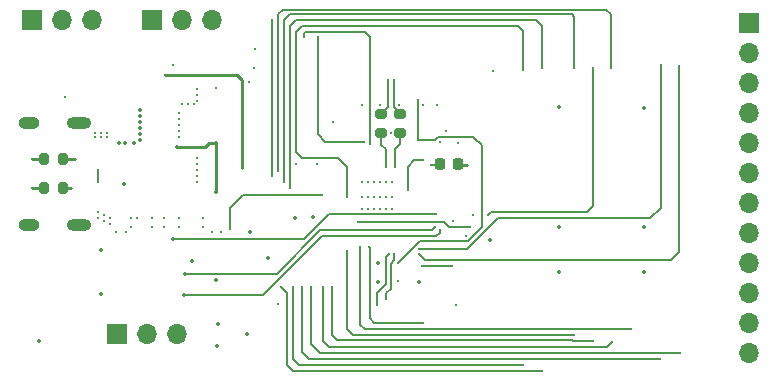
<source format=gbr>
%TF.GenerationSoftware,KiCad,Pcbnew,(7.0.0)*%
%TF.CreationDate,2023-04-15T16:40:11+03:00*%
%TF.ProjectId,Raspi Pico Board,52617370-6920-4506-9963-6f20426f6172,rev?*%
%TF.SameCoordinates,Original*%
%TF.FileFunction,Copper,L4,Bot*%
%TF.FilePolarity,Positive*%
%FSLAX46Y46*%
G04 Gerber Fmt 4.6, Leading zero omitted, Abs format (unit mm)*
G04 Created by KiCad (PCBNEW (7.0.0)) date 2023-04-15 16:40:11*
%MOMM*%
%LPD*%
G01*
G04 APERTURE LIST*
G04 Aperture macros list*
%AMRoundRect*
0 Rectangle with rounded corners*
0 $1 Rounding radius*
0 $2 $3 $4 $5 $6 $7 $8 $9 X,Y pos of 4 corners*
0 Add a 4 corners polygon primitive as box body*
4,1,4,$2,$3,$4,$5,$6,$7,$8,$9,$2,$3,0*
0 Add four circle primitives for the rounded corners*
1,1,$1+$1,$2,$3*
1,1,$1+$1,$4,$5*
1,1,$1+$1,$6,$7*
1,1,$1+$1,$8,$9*
0 Add four rect primitives between the rounded corners*
20,1,$1+$1,$2,$3,$4,$5,0*
20,1,$1+$1,$4,$5,$6,$7,0*
20,1,$1+$1,$6,$7,$8,$9,0*
20,1,$1+$1,$8,$9,$2,$3,0*%
G04 Aperture macros list end*
%TA.AperFunction,ComponentPad*%
%ADD10R,1.700000X1.700000*%
%TD*%
%TA.AperFunction,ComponentPad*%
%ADD11O,1.700000X1.700000*%
%TD*%
%TA.AperFunction,SMDPad,CuDef*%
%ADD12RoundRect,0.200000X-0.200000X-0.275000X0.200000X-0.275000X0.200000X0.275000X-0.200000X0.275000X0*%
%TD*%
%TA.AperFunction,WasherPad*%
%ADD13O,2.100000X1.000000*%
%TD*%
%TA.AperFunction,WasherPad*%
%ADD14O,1.800000X1.000000*%
%TD*%
%TA.AperFunction,SMDPad,CuDef*%
%ADD15RoundRect,0.200000X-0.275000X0.200000X-0.275000X-0.200000X0.275000X-0.200000X0.275000X0.200000X0*%
%TD*%
%TA.AperFunction,SMDPad,CuDef*%
%ADD16RoundRect,0.225000X-0.225000X-0.250000X0.225000X-0.250000X0.225000X0.250000X-0.225000X0.250000X0*%
%TD*%
%TA.AperFunction,ViaPad*%
%ADD17C,0.250000*%
%TD*%
%TA.AperFunction,ViaPad*%
%ADD18C,0.350000*%
%TD*%
%TA.AperFunction,Conductor*%
%ADD19C,0.200000*%
%TD*%
%TA.AperFunction,Conductor*%
%ADD20C,0.250000*%
%TD*%
%TA.AperFunction,Conductor*%
%ADD21C,0.175000*%
%TD*%
G04 APERTURE END LIST*
D10*
%TO.P,J4,1,Pin_1*%
%TO.N,GND*%
X50799999Y-39369999D03*
D11*
%TO.P,J4,2,Pin_2*%
X53339999Y-39369999D03*
%TO.P,J4,3,Pin_3*%
X55879999Y-39369999D03*
%TD*%
D10*
%TO.P,J2,1,Pin_1*%
%TO.N,/Microcontroller/SWCLK*%
X57974999Y-65899999D03*
D11*
%TO.P,J2,2,Pin_2*%
%TO.N,GND*%
X60514999Y-65899999D03*
%TO.P,J2,3,Pin_3*%
%TO.N,/Microcontroller/SWDIO*%
X63054999Y-65899999D03*
%TD*%
D12*
%TO.P,R2,1*%
%TO.N,GND*%
X51791170Y-53594000D03*
%TO.P,R2,2*%
%TO.N,Net-(J1-CC2)*%
X53441170Y-53594000D03*
%TD*%
D10*
%TO.P,J3,1,Pin_1*%
%TO.N,GND*%
X111499999Y-39624999D03*
D11*
%TO.P,J3,2,Pin_2*%
%TO.N,/Microcontroller/GPIO29*%
X111499999Y-42164999D03*
%TO.P,J3,3,Pin_3*%
%TO.N,/Microcontroller/GPIO28*%
X111499999Y-44704999D03*
%TO.P,J3,4,Pin_4*%
%TO.N,+3V3*%
X111499999Y-47244999D03*
%TO.P,J3,5,Pin_5*%
X111499999Y-49784999D03*
%TO.P,J3,6,Pin_6*%
%TO.N,/Microcontroller/GPIO27*%
X111499999Y-52324999D03*
%TO.P,J3,7,Pin_7*%
%TO.N,/Microcontroller/GPIO26*%
X111499999Y-54864999D03*
%TO.P,J3,8,Pin_8*%
%TO.N,+3V3*%
X111499999Y-57404999D03*
%TO.P,J3,9,Pin_9*%
%TO.N,/Microcontroller/GPIO24*%
X111499999Y-59944999D03*
%TO.P,J3,10,Pin_10*%
%TO.N,/Microcontroller/GPIO23*%
X111499999Y-62484999D03*
%TO.P,J3,11,Pin_11*%
%TO.N,/Microcontroller/GPIO22*%
X111499999Y-65024999D03*
%TO.P,J3,12,Pin_12*%
%TO.N,GND*%
X111499999Y-67564999D03*
%TD*%
D13*
%TO.P,J1,*%
%TO.N,*%
X54749999Y-48039999D03*
D14*
X50569999Y-48039999D03*
D13*
X54749999Y-56679999D03*
D14*
X50569999Y-56679999D03*
%TD*%
D12*
%TO.P,R1,1*%
%TO.N,GND*%
X51789866Y-51107894D03*
%TO.P,R1,2*%
%TO.N,Net-(J1-CC1)*%
X53439866Y-51107894D03*
%TD*%
D10*
%TO.P,J5,1,Pin_1*%
%TO.N,+3V3*%
X60959999Y-39369999D03*
D11*
%TO.P,J5,2,Pin_2*%
X63499999Y-39369999D03*
%TO.P,J5,3,Pin_3*%
X66039999Y-39369999D03*
%TD*%
D15*
%TO.P,R10,1*%
%TO.N,/Microcontroller/USB_N*%
X82000000Y-47275000D03*
%TO.P,R10,2*%
%TO.N,/Microcontroller/USB_M_N*%
X82000000Y-48925000D03*
%TD*%
%TO.P,R9,1*%
%TO.N,/Microcontroller/USB_P*%
X80400000Y-47275000D03*
%TO.P,R9,2*%
%TO.N,/Microcontroller/USB_M_P*%
X80400000Y-48925000D03*
%TD*%
D16*
%TO.P,C17,1*%
%TO.N,+3V3*%
X85323907Y-51562000D03*
%TO.P,C17,2*%
%TO.N,GND*%
X86873907Y-51562000D03*
%TD*%
D17*
%TO.N,/Microcontroller/USB_P*%
X56388000Y-53086000D03*
X56388000Y-52070000D03*
%TO.N,/Microcontroller/USB_N*%
X81450000Y-44450000D03*
%TO.N,/Microcontroller/USB_P*%
X80950000Y-44450000D03*
%TO.N,+3V3*%
X85852000Y-48768000D03*
%TO.N,GND*%
X76301318Y-48006469D03*
%TO.N,/Microcontroller/USB_M_P*%
X80772000Y-51816000D03*
%TO.N,/Microcontroller/USB_M_N*%
X81534000Y-51816000D03*
D18*
%TO.N,GND*%
X102596914Y-46821883D03*
D17*
X50853894Y-51107894D03*
X50800000Y-53594000D03*
%TO.N,Net-(J1-CC2)*%
X54102000Y-53594000D03*
%TO.N,Net-(J1-CC1)*%
X54435168Y-51107721D03*
%TO.N,GND*%
X56134000Y-49276000D03*
X56642000Y-49276000D03*
X57150000Y-49276000D03*
X57139701Y-48899215D03*
X56655265Y-48913380D03*
X56139665Y-48904881D03*
X56388000Y-56134000D03*
X57404000Y-56642000D03*
X56896000Y-56388000D03*
X58768956Y-57264511D03*
X57954652Y-57258149D03*
X66851476Y-57263097D03*
X66017380Y-57263097D03*
X61976000Y-56896000D03*
X60960000Y-56896000D03*
X65278000Y-56896000D03*
X65278000Y-56134000D03*
X63246000Y-56896000D03*
X59182000Y-56896000D03*
X63246000Y-56134000D03*
X61976000Y-56134000D03*
X60960000Y-56134000D03*
X59690000Y-56134000D03*
X59182000Y-56134000D03*
X57404000Y-56134000D03*
X56896000Y-55880000D03*
X56388000Y-55626000D03*
X53594000Y-45870522D03*
X63246000Y-49276000D03*
X63246000Y-48768000D03*
X63246000Y-48260000D03*
X63246000Y-47752000D03*
X63246000Y-47244000D03*
X64770000Y-53086000D03*
X64770000Y-52578000D03*
X64770000Y-52070000D03*
X64770000Y-51562000D03*
X64770000Y-51054000D03*
X64770000Y-46228000D03*
X64770000Y-45720000D03*
X64770000Y-45212000D03*
X64516000Y-46482000D03*
X64008000Y-46482000D03*
X63500000Y-46482000D03*
X62738000Y-43180000D03*
%TO.N,+3V3*%
X69145255Y-44599031D03*
%TO.N,/USBC and Power/BCK_FB*%
X62052340Y-44018340D03*
X68580000Y-51891871D03*
%TO.N,GND*%
X89837500Y-43688000D03*
D18*
X56650000Y-62550000D03*
D17*
X80264000Y-53086000D03*
D18*
X73075000Y-56060000D03*
X95400000Y-46736000D03*
X89550000Y-57930000D03*
D17*
X80772000Y-54356000D03*
X83914500Y-46540000D03*
X86740000Y-63425000D03*
X81280000Y-54356000D03*
D18*
X80140000Y-61480000D03*
X66515660Y-66950000D03*
D17*
X79248000Y-55372000D03*
X79756000Y-54356000D03*
X81280000Y-55372000D03*
D18*
X58641384Y-53194748D03*
D17*
X69621442Y-43373727D03*
X81788000Y-61468000D03*
X80264000Y-55372000D03*
X80264000Y-54356000D03*
X80300000Y-46520000D03*
D18*
X95400000Y-60706000D03*
X51422391Y-66503740D03*
D17*
X79756000Y-53086000D03*
X73152000Y-51562000D03*
X87607844Y-51629500D03*
X81280000Y-53086000D03*
X79248000Y-54356000D03*
X79248000Y-53086000D03*
D18*
X66364477Y-61335523D03*
D17*
X85130000Y-46540000D03*
D18*
X102600000Y-60706000D03*
D17*
X86895000Y-49720000D03*
X78740000Y-55372000D03*
X78730000Y-46530000D03*
D18*
X56650000Y-58850000D03*
X95400000Y-56875000D03*
D17*
X78740000Y-54356000D03*
X88138000Y-55880000D03*
X78740000Y-53086000D03*
X79756000Y-55372000D03*
X71640000Y-63415000D03*
X80772000Y-53086000D03*
X81880000Y-46530000D03*
D18*
X66550000Y-65100000D03*
X102600000Y-56896000D03*
D17*
X87590083Y-57605583D03*
X66350746Y-45052999D03*
X80772000Y-55372000D03*
D18*
%TO.N,/USBC and Power/+5V_FB*%
X66356246Y-49739888D03*
X66375879Y-53899203D03*
X63078060Y-50095921D03*
%TO.N,+3V3*%
X58166000Y-49784000D03*
X83560000Y-61525000D03*
D17*
X84582000Y-51629500D03*
X86444500Y-56388000D03*
D18*
X59944000Y-48006000D03*
D17*
X81199500Y-48873898D03*
D18*
X59944000Y-48514000D03*
D17*
X69670756Y-41815482D03*
D18*
X58674000Y-49784000D03*
X59944000Y-49530000D03*
X69050000Y-65950000D03*
D17*
X74930000Y-51562000D03*
X85350000Y-49680000D03*
D18*
X59944000Y-49022000D03*
X59436000Y-49784000D03*
X64372134Y-59763212D03*
X59944000Y-47498000D03*
X69250000Y-57250000D03*
X80100000Y-59900000D03*
X70825000Y-59450000D03*
X59944000Y-46990000D03*
X74625000Y-56050000D03*
D17*
%TO.N,+1V1*%
X83490000Y-46150000D03*
X83490000Y-49525500D03*
X81820000Y-59930000D03*
%TO.N,/Microcontroller/XIN*%
X83950000Y-64975000D03*
X79375500Y-58575500D03*
%TO.N,/Microcontroller/MCU_RUN*%
X86360000Y-60198000D03*
X83820000Y-60198000D03*
%TO.N,/Microcontroller/SWCLK*%
X81024500Y-59150500D03*
X80010000Y-63500000D03*
%TO.N,/Microcontroller/SWDIO*%
X80772000Y-62992000D03*
X81473782Y-59164592D03*
%TO.N,/Microcontroller/I2C0_SCL*%
X75400000Y-54124500D03*
X67575000Y-57058456D03*
D18*
%TO.N,/Microcontroller/LED_B*%
X62730576Y-57869388D03*
D17*
X84995063Y-55793810D03*
D18*
%TO.N,/Microcontroller/LED_R*%
X63800000Y-60800000D03*
D17*
X84900000Y-56900000D03*
D18*
%TO.N,/Microcontroller/LED_G*%
X63700000Y-62600000D03*
D17*
X85325000Y-57150000D03*
%TO.N,/Microcontroller/display_A2*%
X103944175Y-68072000D03*
X73660000Y-61976000D03*
%TO.N,/Microcontroller/display_B2*%
X105664000Y-67564000D03*
X74422000Y-61976000D03*
%TO.N,/Microcontroller/display_C2*%
X104031667Y-43180000D03*
X83612167Y-58720167D03*
%TO.N,/Microcontroller/display_D2*%
X71120000Y-39370000D03*
X71120000Y-52578000D03*
%TO.N,/Microcontroller/display_E2*%
X71630817Y-52100997D03*
X99822000Y-43434000D03*
%TO.N,/Microcontroller/display_F2*%
X101500000Y-65532000D03*
X78617732Y-58575500D03*
%TO.N,/Microcontroller/display_G2*%
X75438000Y-61976000D03*
X99902474Y-66598708D03*
%TO.N,/Microcontroller/display_DP2*%
X105590000Y-43250000D03*
X83568663Y-59175000D03*
%TO.N,/Microcontroller/display_A1*%
X96696099Y-66035899D03*
X77470000Y-58928000D03*
%TO.N,/Microcontroller/display_B1*%
X76200000Y-61976000D03*
X98300000Y-66548000D03*
%TO.N,/Microcontroller/display_C1*%
X96704299Y-43405704D03*
X72136000Y-53086000D03*
%TO.N,/Microcontroller/display_D1*%
X93980000Y-43434000D03*
X72644000Y-53594000D03*
%TO.N,/Microcontroller/display_E1*%
X77470000Y-54356000D03*
X92378099Y-43582208D03*
%TO.N,/Microcontroller/display_F1*%
X93980000Y-69088000D03*
X71882000Y-61976000D03*
%TO.N,/Microcontroller/display_G1*%
X92398801Y-68580000D03*
X72898000Y-61976000D03*
%TO.N,/Microcontroller/display_DP1*%
X78399000Y-56475000D03*
X87884000Y-56896000D03*
X98298000Y-43434000D03*
X89408000Y-55880000D03*
%TO.N,/Microcontroller/QSPI_SCLK*%
X78940540Y-49649500D03*
X75000000Y-40800000D03*
%TO.N,/Microcontroller/QSPI_SD3*%
X79424500Y-49829654D03*
X73800000Y-40800000D03*
%TO.N,/Microcontroller/LED*%
X83879117Y-51205000D03*
X82618444Y-53701481D03*
%TD*%
D19*
%TO.N,/Microcontroller/LED_B*%
X84991873Y-55797000D02*
X75917752Y-55797000D01*
X84995063Y-55793810D02*
X84991873Y-55797000D01*
X75917752Y-55797000D02*
X73845364Y-57869388D01*
X73845364Y-57869388D02*
X62730576Y-57869388D01*
D20*
%TO.N,/USBC and Power/BCK_FB*%
X68580000Y-44450000D02*
X68580000Y-45212000D01*
D19*
%TO.N,+3V3*%
X85256407Y-51629500D02*
X85323907Y-51562000D01*
X84582000Y-51629500D02*
X85256407Y-51629500D01*
%TO.N,/Microcontroller/USB_M_P*%
X80400000Y-49920000D02*
X80400000Y-48925000D01*
D21*
%TO.N,/Microcontroller/USB_P*%
X56388000Y-52070000D02*
X56388000Y-53086000D01*
D19*
%TO.N,/Microcontroller/USB_N*%
X81425001Y-44474999D02*
X81450000Y-44450000D01*
X81425001Y-46700001D02*
X81425001Y-44474999D01*
X82000000Y-47275000D02*
X81425001Y-46700001D01*
%TO.N,/Microcontroller/USB_P*%
X80974999Y-46700001D02*
X80974999Y-44474999D01*
X80400000Y-47275000D02*
X80974999Y-46700001D01*
X80974999Y-44474999D02*
X80950000Y-44450000D01*
%TO.N,+1V1*%
X88199500Y-49255000D02*
X88239500Y-49295000D01*
X85173959Y-49255000D02*
X88199500Y-49255000D01*
X83494500Y-49530000D02*
X83490000Y-49525500D01*
X84898959Y-49530000D02*
X83494500Y-49530000D01*
X85173959Y-49255000D02*
X84898959Y-49530000D01*
X88900000Y-49955500D02*
X88239500Y-49295000D01*
X88900000Y-56896000D02*
X88900000Y-49955500D01*
X83662000Y-58070000D02*
X87726000Y-58070000D01*
X87726000Y-58070000D02*
X88900000Y-56896000D01*
X81820000Y-59912000D02*
X83662000Y-58070000D01*
X81820000Y-59930000D02*
X81820000Y-59912000D01*
%TO.N,/Microcontroller/USB_M_N*%
X82000000Y-49826000D02*
X82000000Y-48925000D01*
X81534000Y-50292000D02*
X82000000Y-49826000D01*
X81534000Y-51816000D02*
X81534000Y-50292000D01*
%TO.N,/Microcontroller/USB_M_P*%
X80772000Y-50292000D02*
X80400000Y-49920000D01*
X80772000Y-51816000D02*
X80772000Y-50292000D01*
D20*
%TO.N,GND*%
X50853894Y-51107894D02*
X51789866Y-51107894D01*
X51791170Y-53594000D02*
X50800000Y-53594000D01*
%TO.N,Net-(J1-CC2)*%
X53441170Y-53594000D02*
X54102000Y-53594000D01*
%TO.N,Net-(J1-CC1)*%
X53440039Y-51107721D02*
X53439866Y-51107894D01*
X54435168Y-51107721D02*
X53440039Y-51107721D01*
%TO.N,/USBC and Power/BCK_FB*%
X68148340Y-44018340D02*
X68580000Y-44450000D01*
X62052340Y-44018340D02*
X68148340Y-44018340D01*
X68580000Y-45212000D02*
X68580000Y-51891871D01*
%TO.N,GND*%
X87607844Y-51629500D02*
X86979795Y-51629500D01*
%TO.N,/USBC and Power/+5V_FB*%
X66356246Y-49739888D02*
X66356246Y-53879570D01*
X65474079Y-50095921D02*
X65786000Y-49784000D01*
X66312134Y-49784000D02*
X66356246Y-49739888D01*
X65786000Y-49784000D02*
X66312134Y-49784000D01*
X66356246Y-53879570D02*
X66375879Y-53899203D01*
X63078060Y-50095921D02*
X65474079Y-50095921D01*
D19*
%TO.N,+1V1*%
X83490000Y-46150000D02*
X83490000Y-49525500D01*
%TO.N,/Microcontroller/XIN*%
X79775000Y-64975000D02*
X83950000Y-64975000D01*
X79399833Y-58599833D02*
X79399833Y-64599833D01*
X79399833Y-64599833D02*
X79775000Y-64975000D01*
X79375500Y-58575500D02*
X79399833Y-58599833D01*
%TO.N,/Microcontroller/MCU_RUN*%
X83820000Y-60198000D02*
X86360000Y-60198000D01*
%TO.N,/Microcontroller/SWCLK*%
X80772000Y-59403000D02*
X80772000Y-61722000D01*
X81024500Y-59150500D02*
X80772000Y-59403000D01*
X80772000Y-61722000D02*
X80010000Y-62484000D01*
X80010000Y-62484000D02*
X80010000Y-63500000D01*
%TO.N,/Microcontroller/SWDIO*%
X80772000Y-62992000D02*
X80772000Y-62484000D01*
X81172000Y-62084000D02*
X81172000Y-59976959D01*
X81172000Y-59976959D02*
X81473782Y-59675177D01*
X80772000Y-62484000D02*
X81172000Y-62084000D01*
X81473782Y-59675177D02*
X81473782Y-59164592D01*
D21*
%TO.N,/Microcontroller/USB_M_P*%
X80400000Y-49125000D02*
X80600000Y-48925000D01*
D19*
%TO.N,/Microcontroller/I2C0_SCL*%
X67575000Y-55225000D02*
X68675500Y-54124500D01*
X68675500Y-54124500D02*
X75400000Y-54124500D01*
X67575000Y-57058456D02*
X67575000Y-55225000D01*
%TO.N,/Microcontroller/LED_R*%
X75184000Y-57150000D02*
X71534000Y-60800000D01*
X84650000Y-57150000D02*
X75184000Y-57150000D01*
X71534000Y-60800000D02*
X63800000Y-60800000D01*
X84900000Y-56900000D02*
X84650000Y-57150000D01*
%TO.N,/Microcontroller/LED_G*%
X70407843Y-62600000D02*
X63700000Y-62600000D01*
X85325000Y-57350000D02*
X85050000Y-57625000D01*
X75382843Y-57625000D02*
X70407843Y-62600000D01*
X85325000Y-57150000D02*
X85325000Y-57350000D01*
X85050000Y-57625000D02*
X75382843Y-57625000D01*
%TO.N,/Microcontroller/display_A2*%
X73660000Y-67437000D02*
X73660000Y-61976000D01*
X103944175Y-68072000D02*
X74295000Y-68072000D01*
X74295000Y-68072000D02*
X73660000Y-67437000D01*
%TO.N,/Microcontroller/display_B2*%
X74422000Y-66802000D02*
X74422000Y-61976000D01*
X105664000Y-67564000D02*
X75184000Y-67564000D01*
X75184000Y-67564000D02*
X74422000Y-66802000D01*
%TO.N,/Microcontroller/display_C2*%
X104031667Y-43180000D02*
X104031667Y-55226333D01*
X83594843Y-58702843D02*
X83612167Y-58720167D01*
X87658843Y-58702843D02*
X83594843Y-58702843D01*
X90227686Y-56134000D02*
X87658843Y-58702843D01*
X103124000Y-56134000D02*
X90227686Y-56134000D01*
X104031667Y-55226333D02*
X103124000Y-56134000D01*
%TO.N,/Microcontroller/display_D2*%
X71120000Y-52578000D02*
X71120000Y-39370000D01*
%TO.N,/Microcontroller/display_E2*%
X99422000Y-38462000D02*
X99822000Y-38862000D01*
X71628000Y-52070000D02*
X71628000Y-38862000D01*
X71628000Y-38862000D02*
X72028000Y-38462000D01*
X99822000Y-38862000D02*
X99822000Y-43434000D01*
X72028000Y-38462000D02*
X99422000Y-38462000D01*
%TO.N,/Microcontroller/display_F2*%
X101500000Y-65532000D02*
X78994000Y-65532000D01*
X78994000Y-65532000D02*
X78617732Y-65155732D01*
X78617732Y-65155732D02*
X78617732Y-58575500D01*
%TO.N,/Microcontroller/display_G2*%
X77192223Y-67046489D02*
X99454693Y-67046489D01*
X75438000Y-66548000D02*
X75936489Y-67046489D01*
X99454693Y-67046489D02*
X99902474Y-66598708D01*
X75936489Y-67046489D02*
X77192223Y-67046489D01*
X75438000Y-61976000D02*
X75438000Y-66548000D01*
%TO.N,/Microcontroller/display_DP2*%
X83568663Y-59175000D02*
X84083663Y-59690000D01*
X104902000Y-59690000D02*
X105590000Y-59002000D01*
X84083663Y-59690000D02*
X104902000Y-59690000D01*
X105590000Y-59002000D02*
X105590000Y-43250000D01*
%TO.N,/Microcontroller/display_A1*%
X77470000Y-65532000D02*
X77978000Y-66040000D01*
X79274314Y-66040000D02*
X96691998Y-66040000D01*
X77470000Y-58928000D02*
X77470000Y-65532000D01*
X77978000Y-66040000D02*
X79274314Y-66040000D01*
X96691998Y-66040000D02*
X96696099Y-66035899D01*
%TO.N,/Microcontroller/display_B1*%
X96607159Y-66548000D02*
X96499159Y-66440000D01*
X96499159Y-66440000D02*
X76600000Y-66440000D01*
X76200000Y-66040000D02*
X76200000Y-61976000D01*
X76600000Y-66440000D02*
X76200000Y-66040000D01*
X98300000Y-66548000D02*
X96607159Y-66548000D01*
%TO.N,/Microcontroller/display_C1*%
X96520000Y-38862000D02*
X96704299Y-39046299D01*
X72644000Y-38862000D02*
X96520000Y-38862000D01*
X72136000Y-39370000D02*
X72644000Y-38862000D01*
X96704299Y-39046299D02*
X96704299Y-43405704D01*
X72136000Y-53086000D02*
X72136000Y-39370000D01*
%TO.N,/Microcontroller/display_D1*%
X72644000Y-39878000D02*
X73152000Y-39370000D01*
X72644000Y-53594000D02*
X72644000Y-39878000D01*
X73152000Y-39370000D02*
X93472000Y-39370000D01*
X93472000Y-39370000D02*
X93980000Y-39878000D01*
X93980000Y-39878000D02*
X93980000Y-43434000D01*
%TO.N,/Microcontroller/display_E1*%
X73152000Y-40386000D02*
X73660000Y-39878000D01*
X91948000Y-39878000D02*
X92378099Y-40308099D01*
X77470000Y-51816000D02*
X76708000Y-51054000D01*
X76708000Y-51054000D02*
X73660000Y-51054000D01*
X73660000Y-39878000D02*
X91948000Y-39878000D01*
X73660000Y-51054000D02*
X73152000Y-50546000D01*
X77470000Y-54356000D02*
X77470000Y-51816000D01*
X73152000Y-50546000D02*
X73152000Y-40386000D01*
X92378099Y-40308099D02*
X92378099Y-43582208D01*
%TO.N,/Microcontroller/display_F1*%
X72898000Y-69088000D02*
X93980000Y-69088000D01*
X71882000Y-61976000D02*
X72390000Y-62484000D01*
X72390000Y-62484000D02*
X72390000Y-68580000D01*
X72390000Y-68580000D02*
X72898000Y-69088000D01*
%TO.N,/Microcontroller/display_G1*%
X73406000Y-68580000D02*
X92398801Y-68580000D01*
X72898000Y-61976000D02*
X72898000Y-68072000D01*
X72898000Y-68072000D02*
X73406000Y-68580000D01*
%TO.N,/Microcontroller/display_DP1*%
X98298000Y-55118000D02*
X97790000Y-55626000D01*
X98298000Y-43434000D02*
X98298000Y-55118000D01*
X78399000Y-56475000D02*
X85685000Y-56475000D01*
X89662000Y-55626000D02*
X89408000Y-55880000D01*
X85685000Y-56475000D02*
X86106000Y-56896000D01*
X86106000Y-56896000D02*
X87884000Y-56896000D01*
X97790000Y-55626000D02*
X89662000Y-55626000D01*
%TO.N,/Microcontroller/QSPI_SCLK*%
X75648500Y-49649500D02*
X75000000Y-49001000D01*
X75000000Y-40800000D02*
X75000000Y-44230000D01*
X75000000Y-49001000D02*
X75000000Y-44230000D01*
X78940540Y-49649500D02*
X75648500Y-49649500D01*
%TO.N,/Microcontroller/QSPI_SD3*%
X73800000Y-40500000D02*
X73925000Y-40375000D01*
X79424500Y-40816500D02*
X79424500Y-49829654D01*
X73800000Y-40800000D02*
X73800000Y-40500000D01*
X78983000Y-40375000D02*
X79424500Y-40816500D01*
X73925000Y-40375000D02*
X78983000Y-40375000D01*
%TO.N,/Microcontroller/LED*%
X83161000Y-51205000D02*
X82623893Y-51742107D01*
X82623893Y-51742107D02*
X82623893Y-53696032D01*
X83879117Y-51205000D02*
X83161000Y-51205000D01*
X82623893Y-53696032D02*
X82618444Y-53701481D01*
%TD*%
M02*

</source>
